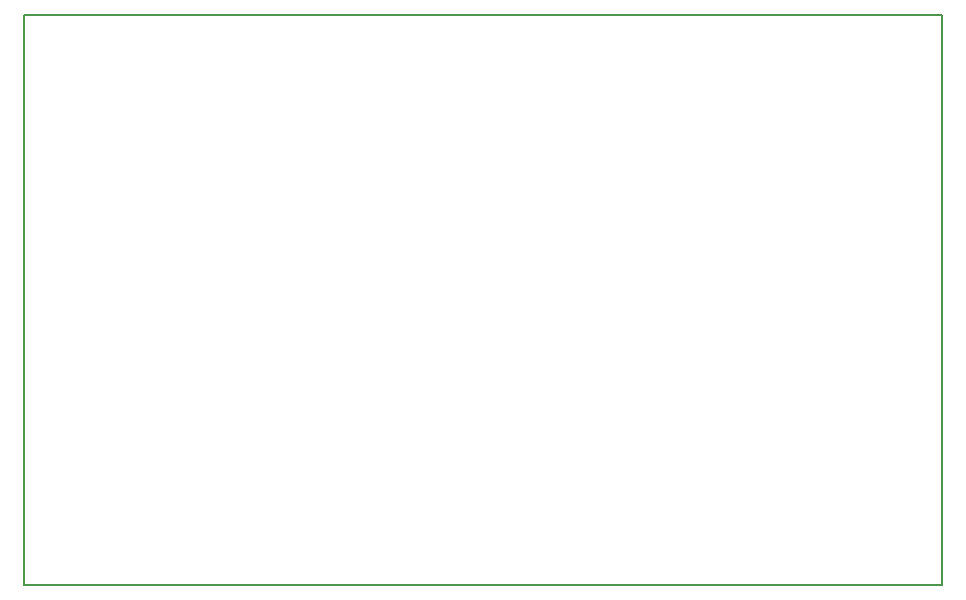
<source format=gbr>
%TF.GenerationSoftware,KiCad,Pcbnew,(5.1.5-0-10_14)*%
%TF.CreationDate,2020-09-13T21:22:06+01:00*%
%TF.ProjectId,SSFXPCB,53534658-5043-4422-9e6b-696361645f70,rev?*%
%TF.SameCoordinates,Original*%
%TF.FileFunction,Profile,NP*%
%FSLAX46Y46*%
G04 Gerber Fmt 4.6, Leading zero omitted, Abs format (unit mm)*
G04 Created by KiCad (PCBNEW (5.1.5-0-10_14)) date 2020-09-13 21:22:06*
%MOMM*%
%LPD*%
G04 APERTURE LIST*
%ADD10C,0.150000*%
G04 APERTURE END LIST*
D10*
X177292000Y-105156000D02*
X177292000Y-142748000D01*
X177292000Y-147828000D02*
X177292000Y-142748000D01*
X177292000Y-99568000D02*
X177292000Y-105156000D01*
X99568000Y-99568000D02*
X99568000Y-147828000D01*
X177292000Y-99568000D02*
X106680000Y-99568000D01*
X106680000Y-99568000D02*
X99568000Y-99568000D01*
X99568000Y-147828000D02*
X177292000Y-147828000D01*
M02*

</source>
